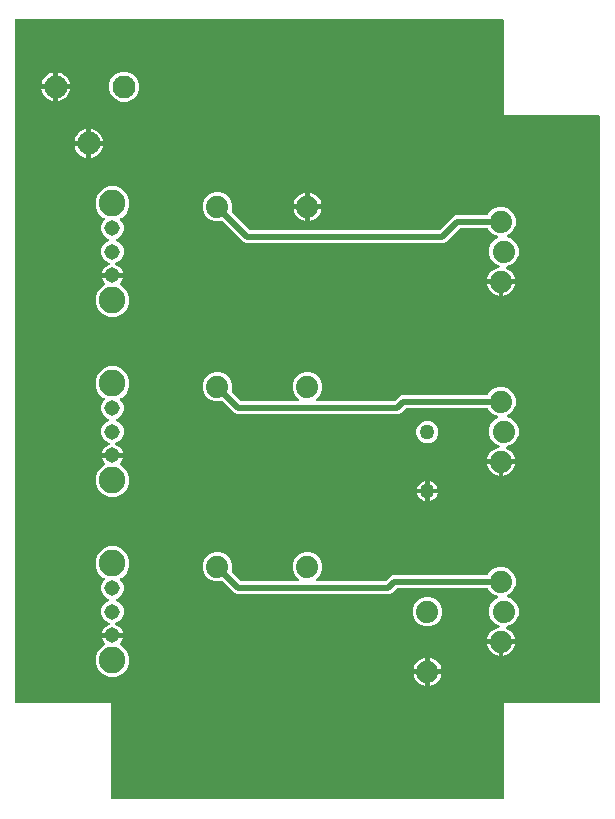
<source format=gbr>
G04 EAGLE Gerber RS-274X export*
G75*
%MOMM*%
%FSLAX34Y34*%
%LPD*%
%INBottom Copper*%
%IPPOS*%
%AMOC8*
5,1,8,0,0,1.08239X$1,22.5*%
G01*
%ADD10C,1.258000*%
%ADD11C,1.950000*%
%ADD12C,1.879600*%
%ADD13C,1.308000*%
%ADD14C,2.250000*%
%ADD15C,0.756400*%
%ADD16C,0.508000*%

G36*
X419158Y6105D02*
X419158Y6105D01*
X419216Y6103D01*
X419298Y6125D01*
X419382Y6137D01*
X419435Y6160D01*
X419491Y6175D01*
X419564Y6218D01*
X419641Y6253D01*
X419686Y6291D01*
X419736Y6320D01*
X419794Y6382D01*
X419858Y6436D01*
X419890Y6485D01*
X419930Y6528D01*
X419969Y6603D01*
X420016Y6673D01*
X420033Y6729D01*
X420060Y6781D01*
X420071Y6849D01*
X420101Y6944D01*
X420104Y7044D01*
X420115Y7112D01*
X420115Y87885D01*
X500888Y87885D01*
X500946Y87893D01*
X501004Y87891D01*
X501086Y87913D01*
X501170Y87925D01*
X501223Y87949D01*
X501279Y87963D01*
X501352Y88006D01*
X501429Y88041D01*
X501474Y88079D01*
X501524Y88109D01*
X501582Y88170D01*
X501646Y88225D01*
X501678Y88273D01*
X501718Y88316D01*
X501757Y88391D01*
X501804Y88461D01*
X501821Y88517D01*
X501848Y88569D01*
X501859Y88637D01*
X501889Y88732D01*
X501892Y88832D01*
X501903Y88900D01*
X501903Y584200D01*
X501895Y584258D01*
X501897Y584316D01*
X501875Y584398D01*
X501863Y584482D01*
X501840Y584535D01*
X501825Y584591D01*
X501782Y584664D01*
X501747Y584741D01*
X501709Y584786D01*
X501680Y584836D01*
X501618Y584894D01*
X501564Y584958D01*
X501515Y584990D01*
X501472Y585030D01*
X501397Y585069D01*
X501327Y585116D01*
X501271Y585133D01*
X501219Y585160D01*
X501151Y585171D01*
X501056Y585201D01*
X500956Y585204D01*
X500888Y585215D01*
X420115Y585215D01*
X420115Y665988D01*
X420107Y666046D01*
X420109Y666104D01*
X420087Y666186D01*
X420075Y666270D01*
X420052Y666323D01*
X420037Y666379D01*
X419994Y666452D01*
X419959Y666529D01*
X419921Y666574D01*
X419892Y666624D01*
X419830Y666682D01*
X419776Y666746D01*
X419727Y666778D01*
X419684Y666818D01*
X419609Y666857D01*
X419539Y666904D01*
X419483Y666921D01*
X419431Y666948D01*
X419363Y666959D01*
X419268Y666989D01*
X419168Y666992D01*
X419100Y667003D01*
X7112Y667003D01*
X7054Y666995D01*
X6996Y666997D01*
X6914Y666975D01*
X6830Y666963D01*
X6777Y666940D01*
X6721Y666925D01*
X6648Y666882D01*
X6571Y666847D01*
X6526Y666809D01*
X6476Y666780D01*
X6418Y666718D01*
X6354Y666664D01*
X6322Y666615D01*
X6282Y666572D01*
X6243Y666497D01*
X6196Y666427D01*
X6179Y666371D01*
X6152Y666319D01*
X6141Y666251D01*
X6111Y666156D01*
X6108Y666056D01*
X6097Y665988D01*
X6097Y88900D01*
X6105Y88842D01*
X6103Y88784D01*
X6125Y88702D01*
X6137Y88619D01*
X6160Y88565D01*
X6175Y88509D01*
X6218Y88436D01*
X6253Y88359D01*
X6291Y88314D01*
X6320Y88264D01*
X6382Y88206D01*
X6436Y88142D01*
X6485Y88110D01*
X6528Y88070D01*
X6603Y88031D01*
X6673Y87985D01*
X6729Y87967D01*
X6781Y87940D01*
X6849Y87929D01*
X6944Y87899D01*
X7044Y87896D01*
X7112Y87885D01*
X87885Y87885D01*
X87885Y7112D01*
X87893Y7054D01*
X87891Y6996D01*
X87913Y6914D01*
X87925Y6830D01*
X87949Y6777D01*
X87963Y6721D01*
X88006Y6648D01*
X88041Y6571D01*
X88079Y6526D01*
X88109Y6476D01*
X88170Y6418D01*
X88225Y6354D01*
X88273Y6322D01*
X88316Y6282D01*
X88391Y6243D01*
X88461Y6196D01*
X88517Y6179D01*
X88569Y6152D01*
X88637Y6141D01*
X88732Y6111D01*
X88832Y6108D01*
X88900Y6097D01*
X419100Y6097D01*
X419158Y6105D01*
G37*
%LPC*%
G36*
X417829Y292099D02*
X417829Y292099D01*
X417829Y293116D01*
X417821Y293174D01*
X417822Y293232D01*
X417801Y293314D01*
X417789Y293397D01*
X417765Y293451D01*
X417751Y293507D01*
X417708Y293580D01*
X417673Y293657D01*
X417635Y293702D01*
X417605Y293752D01*
X417544Y293810D01*
X417489Y293874D01*
X417441Y293906D01*
X417398Y293946D01*
X417323Y293985D01*
X417253Y294031D01*
X417197Y294049D01*
X417145Y294076D01*
X417077Y294087D01*
X416982Y294117D01*
X416882Y294120D01*
X416814Y294131D01*
X406064Y294131D01*
X406185Y294896D01*
X406766Y296683D01*
X407619Y298357D01*
X408724Y299878D01*
X410052Y301206D01*
X411573Y302311D01*
X413247Y303164D01*
X415034Y303745D01*
X415833Y303871D01*
X415839Y303873D01*
X415845Y303873D01*
X415975Y303915D01*
X416105Y303955D01*
X416110Y303958D01*
X416116Y303960D01*
X416229Y304036D01*
X416343Y304110D01*
X416347Y304115D01*
X416352Y304118D01*
X416440Y304223D01*
X416528Y304325D01*
X416531Y304331D01*
X416535Y304336D01*
X416590Y304460D01*
X416647Y304584D01*
X416648Y304590D01*
X416650Y304596D01*
X416669Y304730D01*
X416689Y304865D01*
X416688Y304871D01*
X416689Y304877D01*
X416670Y305010D01*
X416652Y305147D01*
X416649Y305152D01*
X416649Y305158D01*
X416593Y305282D01*
X416538Y305407D01*
X416534Y305412D01*
X416532Y305418D01*
X416443Y305521D01*
X416356Y305626D01*
X416351Y305629D01*
X416347Y305634D01*
X416310Y305657D01*
X416121Y305785D01*
X416087Y305797D01*
X416063Y305812D01*
X413319Y306948D01*
X409818Y310449D01*
X407923Y315024D01*
X407923Y319976D01*
X409818Y324551D01*
X413319Y328052D01*
X414971Y328736D01*
X414996Y328751D01*
X415024Y328760D01*
X415119Y328823D01*
X415216Y328880D01*
X415236Y328902D01*
X415261Y328918D01*
X415334Y329005D01*
X415411Y329087D01*
X415425Y329113D01*
X415444Y329136D01*
X415490Y329239D01*
X415541Y329340D01*
X415547Y329369D01*
X415559Y329395D01*
X415575Y329508D01*
X415596Y329619D01*
X415594Y329648D01*
X415598Y329677D01*
X415582Y329789D01*
X415572Y329902D01*
X415561Y329929D01*
X415557Y329958D01*
X415511Y330061D01*
X415470Y330167D01*
X415452Y330191D01*
X415440Y330218D01*
X415367Y330304D01*
X415298Y330394D01*
X415275Y330412D01*
X415256Y330434D01*
X415189Y330476D01*
X415071Y330564D01*
X415012Y330586D01*
X414971Y330612D01*
X410779Y332348D01*
X407278Y335849D01*
X406932Y336685D01*
X406931Y336686D01*
X406931Y336687D01*
X406860Y336808D01*
X406788Y336929D01*
X406787Y336930D01*
X406786Y336932D01*
X406683Y337028D01*
X406581Y337125D01*
X406580Y337125D01*
X406579Y337126D01*
X406453Y337191D01*
X406328Y337255D01*
X406327Y337255D01*
X406325Y337256D01*
X406311Y337258D01*
X406049Y337310D01*
X406019Y337307D01*
X405994Y337311D01*
X338015Y337311D01*
X337929Y337299D01*
X337841Y337296D01*
X337789Y337279D01*
X337734Y337271D01*
X337654Y337236D01*
X337571Y337209D01*
X337532Y337181D01*
X337475Y337155D01*
X337361Y337059D01*
X337298Y337014D01*
X333366Y333082D01*
X331312Y332231D01*
X194468Y332231D01*
X192414Y333082D01*
X190699Y334797D01*
X182217Y343279D01*
X182216Y343280D01*
X182215Y343281D01*
X182102Y343366D01*
X181990Y343450D01*
X181989Y343451D01*
X181987Y343452D01*
X181855Y343501D01*
X181724Y343551D01*
X181723Y343551D01*
X181721Y343552D01*
X181582Y343563D01*
X181441Y343575D01*
X181440Y343574D01*
X181438Y343575D01*
X181423Y343571D01*
X181162Y343519D01*
X181135Y343505D01*
X181111Y343499D01*
X180276Y343153D01*
X175324Y343153D01*
X170749Y345048D01*
X167248Y348549D01*
X165353Y353124D01*
X165353Y358076D01*
X167248Y362651D01*
X170749Y366152D01*
X175324Y368047D01*
X180276Y368047D01*
X184851Y366152D01*
X188352Y362651D01*
X190247Y358076D01*
X190247Y353124D01*
X189901Y352289D01*
X189900Y352288D01*
X189900Y352286D01*
X189866Y352153D01*
X189830Y352014D01*
X189830Y352012D01*
X189830Y352011D01*
X189834Y351870D01*
X189838Y351730D01*
X189839Y351728D01*
X189839Y351727D01*
X189882Y351592D01*
X189925Y351459D01*
X189926Y351458D01*
X189926Y351456D01*
X189935Y351444D01*
X190083Y351223D01*
X190106Y351203D01*
X190121Y351183D01*
X197598Y343706D01*
X197667Y343654D01*
X197731Y343594D01*
X197781Y343568D01*
X197825Y343535D01*
X197906Y343504D01*
X197984Y343464D01*
X198032Y343456D01*
X198090Y343434D01*
X198238Y343422D01*
X198315Y343409D01*
X246138Y343409D01*
X246167Y343413D01*
X246196Y343410D01*
X246307Y343433D01*
X246419Y343449D01*
X246446Y343461D01*
X246475Y343466D01*
X246575Y343518D01*
X246679Y343565D01*
X246701Y343584D01*
X246727Y343597D01*
X246809Y343675D01*
X246896Y343748D01*
X246912Y343773D01*
X246933Y343793D01*
X246991Y343891D01*
X247053Y343985D01*
X247062Y344013D01*
X247077Y344038D01*
X247105Y344148D01*
X247139Y344256D01*
X247140Y344286D01*
X247147Y344314D01*
X247144Y344427D01*
X247146Y344540D01*
X247139Y344569D01*
X247138Y344598D01*
X247103Y344706D01*
X247075Y344815D01*
X247060Y344841D01*
X247051Y344869D01*
X247005Y344932D01*
X246929Y345060D01*
X246884Y345103D01*
X246856Y345142D01*
X243448Y348549D01*
X241553Y353124D01*
X241553Y358076D01*
X243448Y362651D01*
X246949Y366152D01*
X251524Y368047D01*
X256476Y368047D01*
X261051Y366152D01*
X264552Y362651D01*
X266447Y358076D01*
X266447Y353124D01*
X264552Y348549D01*
X261144Y345142D01*
X261127Y345118D01*
X261104Y345099D01*
X261041Y345005D01*
X260973Y344915D01*
X260963Y344887D01*
X260947Y344863D01*
X260912Y344755D01*
X260872Y344649D01*
X260870Y344620D01*
X260861Y344592D01*
X260858Y344478D01*
X260849Y344366D01*
X260854Y344337D01*
X260854Y344308D01*
X260882Y344198D01*
X260904Y344087D01*
X260918Y344061D01*
X260925Y344033D01*
X260983Y343935D01*
X261035Y343835D01*
X261056Y343813D01*
X261071Y343788D01*
X261153Y343711D01*
X261231Y343629D01*
X261257Y343614D01*
X261278Y343594D01*
X261379Y343542D01*
X261476Y343485D01*
X261505Y343478D01*
X261531Y343464D01*
X261608Y343451D01*
X261752Y343415D01*
X261814Y343417D01*
X261862Y343409D01*
X327465Y343409D01*
X327551Y343421D01*
X327639Y343424D01*
X327691Y343441D01*
X327746Y343449D01*
X327826Y343484D01*
X327909Y343511D01*
X327948Y343539D01*
X328005Y343565D01*
X328119Y343661D01*
X328182Y343706D01*
X332114Y347638D01*
X334168Y348489D01*
X405994Y348489D01*
X405996Y348489D01*
X405997Y348489D01*
X406138Y348509D01*
X406276Y348529D01*
X406277Y348529D01*
X406279Y348529D01*
X406407Y348587D01*
X406535Y348645D01*
X406536Y348646D01*
X406538Y348647D01*
X406645Y348738D01*
X406752Y348828D01*
X406753Y348830D01*
X406754Y348831D01*
X406762Y348844D01*
X406910Y349065D01*
X406919Y349094D01*
X406932Y349115D01*
X407278Y349951D01*
X410779Y353452D01*
X415354Y355347D01*
X420306Y355347D01*
X424881Y353452D01*
X428382Y349951D01*
X430277Y345376D01*
X430277Y340424D01*
X428382Y335849D01*
X424881Y332348D01*
X423229Y331664D01*
X423204Y331649D01*
X423176Y331640D01*
X423081Y331577D01*
X422984Y331520D01*
X422964Y331498D01*
X422939Y331482D01*
X422866Y331395D01*
X422789Y331313D01*
X422775Y331287D01*
X422756Y331264D01*
X422710Y331161D01*
X422659Y331060D01*
X422653Y331031D01*
X422641Y331005D01*
X422625Y330892D01*
X422604Y330781D01*
X422606Y330752D01*
X422602Y330723D01*
X422618Y330611D01*
X422628Y330498D01*
X422639Y330471D01*
X422643Y330442D01*
X422689Y330339D01*
X422730Y330233D01*
X422748Y330209D01*
X422760Y330182D01*
X422833Y330096D01*
X422902Y330006D01*
X422925Y329988D01*
X422944Y329966D01*
X423011Y329924D01*
X423129Y329836D01*
X423188Y329814D01*
X423229Y329788D01*
X427421Y328052D01*
X430922Y324551D01*
X432817Y319976D01*
X432817Y315024D01*
X430922Y310449D01*
X427421Y306948D01*
X422828Y305046D01*
X422748Y305027D01*
X422652Y305013D01*
X422610Y304995D01*
X422565Y304984D01*
X422481Y304937D01*
X422393Y304897D01*
X422358Y304867D01*
X422317Y304845D01*
X422250Y304776D01*
X422176Y304714D01*
X422150Y304675D01*
X422118Y304642D01*
X422072Y304557D01*
X422018Y304477D01*
X422004Y304433D01*
X421982Y304392D01*
X421962Y304298D01*
X421933Y304206D01*
X421931Y304160D01*
X421922Y304115D01*
X421928Y304018D01*
X421925Y303922D01*
X421937Y303877D01*
X421940Y303831D01*
X421973Y303740D01*
X421997Y303647D01*
X422021Y303607D01*
X422036Y303563D01*
X422093Y303485D01*
X422142Y303402D01*
X422176Y303371D01*
X422203Y303333D01*
X422264Y303288D01*
X422350Y303208D01*
X422424Y303170D01*
X422473Y303133D01*
X424087Y302311D01*
X425608Y301206D01*
X426936Y299878D01*
X428041Y298357D01*
X428894Y296683D01*
X429475Y294896D01*
X429596Y294131D01*
X418846Y294131D01*
X418788Y294123D01*
X418730Y294125D01*
X418648Y294103D01*
X418565Y294091D01*
X418511Y294067D01*
X418455Y294053D01*
X418382Y294010D01*
X418305Y293975D01*
X418261Y293937D01*
X418210Y293907D01*
X418153Y293846D01*
X418088Y293791D01*
X418056Y293743D01*
X418016Y293700D01*
X417977Y293625D01*
X417931Y293555D01*
X417913Y293499D01*
X417886Y293447D01*
X417875Y293379D01*
X417845Y293284D01*
X417842Y293184D01*
X417831Y293116D01*
X417831Y292099D01*
X417829Y292099D01*
G37*
%LPD*%
%LPC*%
G36*
X417829Y139699D02*
X417829Y139699D01*
X417829Y140716D01*
X417821Y140774D01*
X417822Y140832D01*
X417801Y140914D01*
X417789Y140997D01*
X417765Y141051D01*
X417751Y141107D01*
X417708Y141180D01*
X417673Y141257D01*
X417635Y141302D01*
X417605Y141352D01*
X417544Y141410D01*
X417489Y141474D01*
X417441Y141506D01*
X417398Y141546D01*
X417323Y141585D01*
X417253Y141631D01*
X417197Y141649D01*
X417145Y141676D01*
X417077Y141687D01*
X416982Y141717D01*
X416882Y141720D01*
X416814Y141731D01*
X406064Y141731D01*
X406185Y142496D01*
X406766Y144283D01*
X407619Y145957D01*
X408724Y147478D01*
X410052Y148806D01*
X411573Y149911D01*
X413247Y150764D01*
X415034Y151345D01*
X415833Y151471D01*
X415839Y151473D01*
X415845Y151473D01*
X415975Y151515D01*
X416105Y151555D01*
X416110Y151558D01*
X416116Y151560D01*
X416229Y151636D01*
X416343Y151710D01*
X416347Y151715D01*
X416352Y151718D01*
X416440Y151823D01*
X416528Y151925D01*
X416531Y151931D01*
X416535Y151936D01*
X416590Y152060D01*
X416647Y152184D01*
X416648Y152190D01*
X416650Y152196D01*
X416669Y152330D01*
X416689Y152465D01*
X416688Y152471D01*
X416689Y152477D01*
X416670Y152610D01*
X416652Y152747D01*
X416650Y152752D01*
X416649Y152758D01*
X416593Y152882D01*
X416538Y153007D01*
X416534Y153012D01*
X416532Y153018D01*
X416443Y153121D01*
X416356Y153226D01*
X416351Y153229D01*
X416347Y153234D01*
X416310Y153257D01*
X416121Y153385D01*
X416087Y153397D01*
X416063Y153412D01*
X413319Y154548D01*
X409818Y158049D01*
X407923Y162624D01*
X407923Y167576D01*
X409818Y172151D01*
X413319Y175652D01*
X414971Y176336D01*
X414996Y176351D01*
X415024Y176360D01*
X415119Y176423D01*
X415216Y176480D01*
X415236Y176502D01*
X415261Y176518D01*
X415334Y176605D01*
X415411Y176687D01*
X415425Y176713D01*
X415444Y176736D01*
X415490Y176839D01*
X415541Y176940D01*
X415547Y176969D01*
X415559Y176995D01*
X415575Y177108D01*
X415596Y177219D01*
X415594Y177248D01*
X415598Y177277D01*
X415582Y177389D01*
X415572Y177502D01*
X415561Y177529D01*
X415557Y177558D01*
X415511Y177661D01*
X415470Y177767D01*
X415452Y177791D01*
X415440Y177818D01*
X415367Y177904D01*
X415298Y177994D01*
X415275Y178012D01*
X415256Y178034D01*
X415189Y178075D01*
X415071Y178164D01*
X415012Y178186D01*
X414971Y178212D01*
X410779Y179948D01*
X407278Y183449D01*
X406932Y184285D01*
X406931Y184286D01*
X406931Y184287D01*
X406863Y184401D01*
X406788Y184529D01*
X406787Y184530D01*
X406786Y184532D01*
X406682Y184629D01*
X406581Y184725D01*
X406580Y184725D01*
X406579Y184726D01*
X406453Y184791D01*
X406328Y184855D01*
X406327Y184855D01*
X406325Y184856D01*
X406311Y184858D01*
X406049Y184910D01*
X406019Y184907D01*
X405994Y184911D01*
X330395Y184911D01*
X330309Y184899D01*
X330221Y184896D01*
X330169Y184879D01*
X330114Y184871D01*
X330034Y184836D01*
X329951Y184809D01*
X329912Y184781D01*
X329855Y184755D01*
X329741Y184659D01*
X329678Y184614D01*
X325746Y180682D01*
X323692Y179831D01*
X194468Y179831D01*
X192414Y180682D01*
X190699Y182397D01*
X182217Y190879D01*
X182216Y190880D01*
X182215Y190881D01*
X182102Y190966D01*
X181990Y191050D01*
X181989Y191051D01*
X181987Y191052D01*
X181855Y191101D01*
X181724Y191151D01*
X181723Y191151D01*
X181721Y191152D01*
X181582Y191163D01*
X181441Y191175D01*
X181440Y191174D01*
X181438Y191175D01*
X181423Y191171D01*
X181162Y191119D01*
X181135Y191105D01*
X181111Y191099D01*
X180276Y190753D01*
X175324Y190753D01*
X170749Y192648D01*
X167248Y196149D01*
X165353Y200724D01*
X165353Y205676D01*
X167248Y210251D01*
X170749Y213752D01*
X175324Y215647D01*
X180276Y215647D01*
X184851Y213752D01*
X188352Y210251D01*
X190247Y205676D01*
X190247Y200724D01*
X189901Y199889D01*
X189900Y199888D01*
X189900Y199886D01*
X189866Y199753D01*
X189830Y199614D01*
X189830Y199612D01*
X189830Y199611D01*
X189834Y199470D01*
X189838Y199330D01*
X189839Y199328D01*
X189839Y199327D01*
X189882Y199192D01*
X189925Y199059D01*
X189926Y199058D01*
X189926Y199056D01*
X189935Y199044D01*
X190083Y198823D01*
X190106Y198803D01*
X190121Y198783D01*
X197598Y191306D01*
X197667Y191254D01*
X197731Y191194D01*
X197781Y191168D01*
X197825Y191135D01*
X197906Y191104D01*
X197984Y191064D01*
X198032Y191056D01*
X198090Y191034D01*
X198238Y191022D01*
X198315Y191009D01*
X246138Y191009D01*
X246167Y191013D01*
X246196Y191010D01*
X246307Y191033D01*
X246419Y191049D01*
X246446Y191061D01*
X246475Y191066D01*
X246575Y191118D01*
X246679Y191165D01*
X246701Y191184D01*
X246727Y191197D01*
X246809Y191275D01*
X246896Y191348D01*
X246912Y191373D01*
X246933Y191393D01*
X246991Y191491D01*
X247053Y191585D01*
X247062Y191613D01*
X247077Y191638D01*
X247105Y191748D01*
X247139Y191856D01*
X247140Y191886D01*
X247147Y191914D01*
X247144Y192027D01*
X247146Y192140D01*
X247139Y192169D01*
X247138Y192198D01*
X247103Y192306D01*
X247075Y192415D01*
X247060Y192441D01*
X247051Y192469D01*
X247005Y192532D01*
X246929Y192660D01*
X246884Y192703D01*
X246856Y192742D01*
X243448Y196149D01*
X241553Y200724D01*
X241553Y205676D01*
X243448Y210251D01*
X246949Y213752D01*
X251524Y215647D01*
X256476Y215647D01*
X261051Y213752D01*
X264552Y210251D01*
X266447Y205676D01*
X266447Y200724D01*
X264552Y196149D01*
X261144Y192742D01*
X261127Y192718D01*
X261104Y192699D01*
X261041Y192605D01*
X260973Y192515D01*
X260963Y192487D01*
X260947Y192463D01*
X260912Y192355D01*
X260872Y192249D01*
X260870Y192220D01*
X260861Y192192D01*
X260858Y192078D01*
X260849Y191966D01*
X260854Y191937D01*
X260854Y191908D01*
X260882Y191798D01*
X260904Y191687D01*
X260918Y191661D01*
X260925Y191633D01*
X260983Y191535D01*
X261035Y191435D01*
X261056Y191413D01*
X261071Y191388D01*
X261153Y191311D01*
X261231Y191229D01*
X261257Y191214D01*
X261278Y191194D01*
X261379Y191142D01*
X261476Y191085D01*
X261505Y191078D01*
X261531Y191064D01*
X261608Y191051D01*
X261752Y191015D01*
X261814Y191017D01*
X261862Y191009D01*
X319845Y191009D01*
X319931Y191021D01*
X320019Y191024D01*
X320071Y191041D01*
X320126Y191049D01*
X320206Y191084D01*
X320289Y191111D01*
X320328Y191139D01*
X320385Y191165D01*
X320499Y191261D01*
X320562Y191306D01*
X324494Y195238D01*
X326548Y196089D01*
X405994Y196089D01*
X405996Y196089D01*
X405997Y196089D01*
X406138Y196109D01*
X406276Y196129D01*
X406277Y196129D01*
X406279Y196129D01*
X406407Y196187D01*
X406535Y196245D01*
X406536Y196246D01*
X406538Y196247D01*
X406645Y196338D01*
X406752Y196428D01*
X406753Y196430D01*
X406754Y196431D01*
X406762Y196444D01*
X406910Y196665D01*
X406919Y196694D01*
X406932Y196715D01*
X407278Y197551D01*
X410779Y201052D01*
X415354Y202947D01*
X420306Y202947D01*
X424881Y201052D01*
X428382Y197551D01*
X430277Y192976D01*
X430277Y188024D01*
X428382Y183449D01*
X424881Y179948D01*
X423229Y179264D01*
X423204Y179249D01*
X423176Y179240D01*
X423081Y179177D01*
X422984Y179120D01*
X422964Y179098D01*
X422939Y179082D01*
X422866Y178995D01*
X422789Y178913D01*
X422775Y178887D01*
X422756Y178864D01*
X422710Y178761D01*
X422659Y178660D01*
X422653Y178631D01*
X422641Y178605D01*
X422625Y178492D01*
X422604Y178381D01*
X422606Y178352D01*
X422602Y178323D01*
X422618Y178211D01*
X422628Y178098D01*
X422639Y178071D01*
X422643Y178042D01*
X422689Y177939D01*
X422730Y177833D01*
X422748Y177809D01*
X422760Y177782D01*
X422833Y177696D01*
X422902Y177606D01*
X422925Y177588D01*
X422944Y177566D01*
X423011Y177525D01*
X423129Y177436D01*
X423188Y177414D01*
X423229Y177388D01*
X427421Y175652D01*
X430922Y172151D01*
X432817Y167576D01*
X432817Y162624D01*
X430922Y158049D01*
X427421Y154548D01*
X422828Y152646D01*
X422748Y152627D01*
X422652Y152613D01*
X422610Y152595D01*
X422565Y152584D01*
X422481Y152537D01*
X422393Y152497D01*
X422358Y152467D01*
X422317Y152445D01*
X422250Y152376D01*
X422176Y152314D01*
X422150Y152275D01*
X422118Y152242D01*
X422072Y152157D01*
X422018Y152077D01*
X422004Y152033D01*
X421982Y151992D01*
X421962Y151898D01*
X421933Y151806D01*
X421931Y151760D01*
X421921Y151715D01*
X421928Y151618D01*
X421925Y151522D01*
X421937Y151477D01*
X421940Y151431D01*
X421973Y151340D01*
X421997Y151247D01*
X422021Y151207D01*
X422036Y151163D01*
X422093Y151085D01*
X422142Y151002D01*
X422176Y150971D01*
X422203Y150933D01*
X422264Y150888D01*
X422350Y150808D01*
X422424Y150770D01*
X422473Y150733D01*
X424087Y149911D01*
X425608Y148806D01*
X426936Y147478D01*
X428041Y145957D01*
X428894Y144283D01*
X429475Y142496D01*
X429596Y141731D01*
X418846Y141731D01*
X418788Y141723D01*
X418730Y141725D01*
X418648Y141703D01*
X418565Y141691D01*
X418511Y141667D01*
X418455Y141653D01*
X418382Y141610D01*
X418305Y141575D01*
X418261Y141537D01*
X418210Y141507D01*
X418153Y141446D01*
X418088Y141391D01*
X418056Y141343D01*
X418016Y141300D01*
X417977Y141225D01*
X417931Y141155D01*
X417913Y141099D01*
X417886Y141047D01*
X417875Y140979D01*
X417845Y140884D01*
X417842Y140784D01*
X417831Y140716D01*
X417831Y139699D01*
X417829Y139699D01*
G37*
%LPD*%
%LPC*%
G36*
X417829Y444499D02*
X417829Y444499D01*
X417829Y445516D01*
X417821Y445574D01*
X417822Y445632D01*
X417801Y445714D01*
X417789Y445797D01*
X417765Y445851D01*
X417751Y445907D01*
X417708Y445980D01*
X417673Y446057D01*
X417635Y446102D01*
X417605Y446152D01*
X417544Y446210D01*
X417489Y446274D01*
X417441Y446306D01*
X417398Y446346D01*
X417323Y446385D01*
X417253Y446431D01*
X417197Y446449D01*
X417145Y446476D01*
X417077Y446487D01*
X416982Y446517D01*
X416882Y446520D01*
X416814Y446531D01*
X406064Y446531D01*
X406185Y447296D01*
X406766Y449083D01*
X407619Y450757D01*
X408724Y452278D01*
X410052Y453606D01*
X411573Y454711D01*
X413247Y455564D01*
X415034Y456145D01*
X415833Y456271D01*
X415839Y456273D01*
X415845Y456273D01*
X415975Y456315D01*
X416105Y456355D01*
X416110Y456358D01*
X416116Y456360D01*
X416229Y456436D01*
X416343Y456510D01*
X416347Y456515D01*
X416352Y456518D01*
X416440Y456623D01*
X416528Y456725D01*
X416531Y456731D01*
X416535Y456736D01*
X416590Y456860D01*
X416647Y456984D01*
X416648Y456990D01*
X416650Y456996D01*
X416669Y457130D01*
X416689Y457265D01*
X416688Y457271D01*
X416689Y457277D01*
X416670Y457410D01*
X416652Y457547D01*
X416649Y457552D01*
X416649Y457558D01*
X416593Y457682D01*
X416538Y457807D01*
X416534Y457812D01*
X416532Y457818D01*
X416443Y457921D01*
X416356Y458026D01*
X416351Y458029D01*
X416347Y458034D01*
X416310Y458057D01*
X416121Y458185D01*
X416087Y458197D01*
X416063Y458212D01*
X413319Y459348D01*
X409818Y462849D01*
X407923Y467424D01*
X407923Y472376D01*
X409818Y476951D01*
X413319Y480452D01*
X414971Y481136D01*
X414996Y481151D01*
X415024Y481160D01*
X415119Y481223D01*
X415216Y481280D01*
X415236Y481302D01*
X415261Y481318D01*
X415334Y481405D01*
X415411Y481487D01*
X415425Y481513D01*
X415444Y481536D01*
X415490Y481639D01*
X415541Y481740D01*
X415547Y481769D01*
X415559Y481795D01*
X415575Y481908D01*
X415596Y482019D01*
X415594Y482048D01*
X415598Y482077D01*
X415582Y482189D01*
X415572Y482302D01*
X415561Y482329D01*
X415557Y482358D01*
X415511Y482461D01*
X415470Y482567D01*
X415452Y482591D01*
X415440Y482618D01*
X415367Y482704D01*
X415298Y482794D01*
X415275Y482812D01*
X415256Y482834D01*
X415189Y482876D01*
X415071Y482964D01*
X415012Y482986D01*
X414971Y483012D01*
X410779Y484748D01*
X407278Y488249D01*
X406932Y489085D01*
X406931Y489086D01*
X406931Y489087D01*
X406860Y489208D01*
X406788Y489329D01*
X406787Y489330D01*
X406786Y489332D01*
X406682Y489429D01*
X406581Y489525D01*
X406580Y489525D01*
X406579Y489526D01*
X406453Y489591D01*
X406328Y489655D01*
X406327Y489655D01*
X406325Y489656D01*
X406311Y489658D01*
X406049Y489710D01*
X406019Y489707D01*
X405994Y489711D01*
X383735Y489711D01*
X383649Y489699D01*
X383561Y489696D01*
X383509Y489679D01*
X383454Y489671D01*
X383374Y489636D01*
X383291Y489609D01*
X383252Y489581D01*
X383195Y489555D01*
X383081Y489459D01*
X383018Y489414D01*
X371466Y477862D01*
X369412Y477011D01*
X202088Y477011D01*
X200034Y477862D01*
X198319Y479577D01*
X182217Y495679D01*
X182216Y495680D01*
X182215Y495681D01*
X182102Y495766D01*
X181990Y495850D01*
X181989Y495851D01*
X181987Y495852D01*
X181855Y495901D01*
X181724Y495951D01*
X181723Y495951D01*
X181721Y495952D01*
X181582Y495963D01*
X181441Y495975D01*
X181440Y495974D01*
X181438Y495975D01*
X181423Y495971D01*
X181162Y495919D01*
X181135Y495905D01*
X181111Y495899D01*
X180276Y495553D01*
X175324Y495553D01*
X170749Y497448D01*
X167248Y500949D01*
X165353Y505524D01*
X165353Y510476D01*
X167248Y515051D01*
X170749Y518552D01*
X175324Y520447D01*
X180276Y520447D01*
X184851Y518552D01*
X188352Y515051D01*
X190247Y510476D01*
X190247Y505524D01*
X189901Y504689D01*
X189900Y504688D01*
X189900Y504686D01*
X189866Y504553D01*
X189830Y504414D01*
X189830Y504412D01*
X189830Y504411D01*
X189834Y504270D01*
X189838Y504130D01*
X189839Y504128D01*
X189839Y504127D01*
X189883Y503989D01*
X189925Y503859D01*
X189926Y503858D01*
X189926Y503856D01*
X189935Y503843D01*
X190083Y503623D01*
X190106Y503603D01*
X190121Y503583D01*
X205218Y488486D01*
X205287Y488434D01*
X205351Y488374D01*
X205401Y488348D01*
X205445Y488315D01*
X205526Y488284D01*
X205604Y488244D01*
X205652Y488236D01*
X205710Y488214D01*
X205858Y488202D01*
X205935Y488189D01*
X365565Y488189D01*
X365651Y488201D01*
X365739Y488204D01*
X365791Y488221D01*
X365846Y488229D01*
X365926Y488264D01*
X366009Y488291D01*
X366048Y488319D01*
X366105Y488345D01*
X366219Y488441D01*
X366282Y488486D01*
X377834Y500038D01*
X379888Y500889D01*
X405994Y500889D01*
X405996Y500889D01*
X405997Y500889D01*
X406138Y500909D01*
X406276Y500929D01*
X406277Y500929D01*
X406279Y500929D01*
X406407Y500987D01*
X406535Y501045D01*
X406536Y501046D01*
X406538Y501047D01*
X406645Y501138D01*
X406752Y501228D01*
X406753Y501230D01*
X406754Y501231D01*
X406762Y501244D01*
X406910Y501465D01*
X406919Y501494D01*
X406932Y501515D01*
X407278Y502351D01*
X410779Y505852D01*
X415354Y507747D01*
X420306Y507747D01*
X424881Y505852D01*
X428382Y502351D01*
X430277Y497776D01*
X430277Y492824D01*
X428382Y488249D01*
X424881Y484748D01*
X423229Y484064D01*
X423204Y484049D01*
X423176Y484040D01*
X423081Y483977D01*
X422984Y483920D01*
X422964Y483898D01*
X422939Y483882D01*
X422866Y483795D01*
X422789Y483713D01*
X422775Y483687D01*
X422756Y483664D01*
X422710Y483561D01*
X422659Y483460D01*
X422653Y483431D01*
X422641Y483405D01*
X422625Y483292D01*
X422604Y483181D01*
X422606Y483152D01*
X422602Y483123D01*
X422618Y483011D01*
X422628Y482898D01*
X422639Y482871D01*
X422643Y482842D01*
X422689Y482739D01*
X422730Y482633D01*
X422748Y482609D01*
X422760Y482582D01*
X422833Y482496D01*
X422902Y482406D01*
X422925Y482388D01*
X422944Y482366D01*
X423011Y482324D01*
X423129Y482236D01*
X423188Y482214D01*
X423229Y482188D01*
X427421Y480452D01*
X430922Y476951D01*
X432817Y472376D01*
X432817Y467424D01*
X430922Y462849D01*
X427421Y459348D01*
X422828Y457446D01*
X422748Y457427D01*
X422652Y457413D01*
X422610Y457395D01*
X422565Y457384D01*
X422481Y457337D01*
X422393Y457297D01*
X422358Y457267D01*
X422317Y457245D01*
X422250Y457176D01*
X422176Y457114D01*
X422150Y457075D01*
X422118Y457042D01*
X422072Y456957D01*
X422018Y456877D01*
X422004Y456833D01*
X421982Y456792D01*
X421962Y456698D01*
X421933Y456606D01*
X421931Y456560D01*
X421922Y456515D01*
X421928Y456418D01*
X421925Y456322D01*
X421937Y456277D01*
X421940Y456231D01*
X421973Y456140D01*
X421997Y456047D01*
X422021Y456007D01*
X422036Y455963D01*
X422093Y455885D01*
X422142Y455802D01*
X422176Y455771D01*
X422203Y455733D01*
X422264Y455688D01*
X422350Y455608D01*
X422424Y455570D01*
X422473Y455533D01*
X424087Y454711D01*
X425608Y453606D01*
X426936Y452278D01*
X428041Y450757D01*
X428894Y449083D01*
X429475Y447296D01*
X429596Y446531D01*
X418846Y446531D01*
X418788Y446523D01*
X418730Y446525D01*
X418648Y446503D01*
X418565Y446491D01*
X418511Y446467D01*
X418455Y446453D01*
X418382Y446410D01*
X418305Y446375D01*
X418261Y446337D01*
X418210Y446307D01*
X418153Y446246D01*
X418088Y446191D01*
X418056Y446143D01*
X418016Y446100D01*
X417977Y446025D01*
X417931Y445955D01*
X417913Y445899D01*
X417886Y445847D01*
X417875Y445779D01*
X417845Y445684D01*
X417842Y445584D01*
X417831Y445516D01*
X417831Y444499D01*
X417829Y444499D01*
G37*
%LPD*%
%LPC*%
G36*
X88891Y146366D02*
X88891Y146366D01*
X88867Y146419D01*
X88853Y146475D01*
X88809Y146548D01*
X88775Y146625D01*
X88737Y146670D01*
X88707Y146720D01*
X88646Y146778D01*
X88591Y146842D01*
X88543Y146874D01*
X88500Y146914D01*
X88425Y146953D01*
X88355Y147000D01*
X88299Y147017D01*
X88247Y147044D01*
X88179Y147055D01*
X88084Y147085D01*
X87984Y147088D01*
X87916Y147099D01*
X80039Y147099D01*
X80168Y147749D01*
X80853Y149401D01*
X81847Y150889D01*
X83111Y152153D01*
X84599Y153147D01*
X86344Y153870D01*
X86453Y153905D01*
X86464Y153913D01*
X86477Y153917D01*
X86582Y153992D01*
X86689Y154063D01*
X86697Y154074D01*
X86709Y154082D01*
X86789Y154182D01*
X86872Y154281D01*
X86877Y154293D01*
X86886Y154304D01*
X86935Y154423D01*
X86987Y154541D01*
X86989Y154554D01*
X86994Y154567D01*
X87008Y154695D01*
X87026Y154822D01*
X87024Y154836D01*
X87026Y154850D01*
X87004Y154976D01*
X86985Y155104D01*
X86980Y155116D01*
X86977Y155130D01*
X86921Y155246D01*
X86868Y155363D01*
X86859Y155373D01*
X86853Y155386D01*
X86767Y155481D01*
X86684Y155579D01*
X86673Y155586D01*
X86663Y155597D01*
X86422Y155747D01*
X86409Y155751D01*
X86399Y155757D01*
X83468Y156971D01*
X80771Y159668D01*
X79311Y163193D01*
X79311Y167007D01*
X80771Y170532D01*
X83468Y173229D01*
X85721Y174162D01*
X85746Y174177D01*
X85774Y174186D01*
X85869Y174249D01*
X85966Y174307D01*
X85986Y174328D01*
X86010Y174344D01*
X86083Y174431D01*
X86161Y174513D01*
X86175Y174539D01*
X86193Y174562D01*
X86240Y174665D01*
X86291Y174766D01*
X86297Y174795D01*
X86309Y174822D01*
X86324Y174934D01*
X86346Y175045D01*
X86344Y175074D01*
X86348Y175103D01*
X86332Y175215D01*
X86322Y175328D01*
X86311Y175356D01*
X86307Y175384D01*
X86261Y175487D01*
X86220Y175593D01*
X86202Y175617D01*
X86190Y175644D01*
X86117Y175730D01*
X86048Y175820D01*
X86025Y175838D01*
X86006Y175860D01*
X85939Y175902D01*
X85821Y175990D01*
X85762Y176012D01*
X85721Y176038D01*
X83468Y176971D01*
X80771Y179668D01*
X79311Y183193D01*
X79311Y187007D01*
X80771Y190532D01*
X82142Y191903D01*
X82211Y191995D01*
X82285Y192082D01*
X82297Y192108D01*
X82313Y192130D01*
X82354Y192237D01*
X82401Y192342D01*
X82405Y192370D01*
X82414Y192396D01*
X82424Y192510D01*
X82440Y192624D01*
X82436Y192651D01*
X82438Y192679D01*
X82415Y192791D01*
X82399Y192905D01*
X82388Y192930D01*
X82382Y192958D01*
X82329Y193060D01*
X82282Y193164D01*
X82264Y193185D01*
X82251Y193210D01*
X82172Y193293D01*
X82098Y193381D01*
X82076Y193394D01*
X82055Y193416D01*
X81826Y193551D01*
X81813Y193559D01*
X80800Y193978D01*
X76778Y198000D01*
X74601Y203256D01*
X74601Y208944D01*
X76778Y214200D01*
X80800Y218222D01*
X86056Y220399D01*
X91744Y220399D01*
X97000Y218222D01*
X101022Y214200D01*
X103199Y208944D01*
X103199Y203256D01*
X101022Y198000D01*
X97000Y193978D01*
X95987Y193559D01*
X95888Y193500D01*
X95786Y193447D01*
X95766Y193428D01*
X95742Y193414D01*
X95663Y193331D01*
X95580Y193252D01*
X95566Y193228D01*
X95547Y193208D01*
X95494Y193105D01*
X95436Y193006D01*
X95430Y192980D01*
X95417Y192955D01*
X95395Y192842D01*
X95366Y192731D01*
X95367Y192703D01*
X95362Y192676D01*
X95372Y192561D01*
X95375Y192447D01*
X95384Y192420D01*
X95386Y192393D01*
X95427Y192286D01*
X95463Y192176D01*
X95477Y192156D01*
X95488Y192127D01*
X95649Y191916D01*
X95658Y191903D01*
X97029Y190532D01*
X98489Y187007D01*
X98489Y183193D01*
X97029Y179668D01*
X94332Y176971D01*
X92079Y176038D01*
X92054Y176023D01*
X92026Y176014D01*
X91932Y175951D01*
X91834Y175893D01*
X91814Y175872D01*
X91790Y175856D01*
X91717Y175769D01*
X91639Y175687D01*
X91625Y175661D01*
X91607Y175638D01*
X91561Y175535D01*
X91509Y175434D01*
X91503Y175405D01*
X91491Y175378D01*
X91476Y175266D01*
X91454Y175155D01*
X91456Y175126D01*
X91452Y175097D01*
X91468Y174985D01*
X91478Y174872D01*
X91489Y174845D01*
X91493Y174815D01*
X91539Y174712D01*
X91580Y174607D01*
X91598Y174583D01*
X91610Y174556D01*
X91683Y174470D01*
X91752Y174380D01*
X91775Y174362D01*
X91794Y174340D01*
X91861Y174298D01*
X91979Y174210D01*
X92038Y174188D01*
X92079Y174162D01*
X94332Y173229D01*
X97029Y170532D01*
X98489Y167007D01*
X98489Y163193D01*
X97029Y159668D01*
X94332Y156971D01*
X91401Y155757D01*
X91290Y155692D01*
X91177Y155629D01*
X91168Y155620D01*
X91156Y155613D01*
X91068Y155519D01*
X90977Y155428D01*
X90970Y155416D01*
X90961Y155406D01*
X90902Y155291D01*
X90840Y155179D01*
X90837Y155165D01*
X90830Y155153D01*
X90806Y155027D01*
X90777Y154901D01*
X90778Y154888D01*
X90775Y154874D01*
X90787Y154746D01*
X90794Y154618D01*
X90799Y154605D01*
X90800Y154591D01*
X90846Y154471D01*
X90889Y154350D01*
X90897Y154339D01*
X90902Y154326D01*
X90979Y154223D01*
X91054Y154118D01*
X91065Y154110D01*
X91074Y154099D01*
X91176Y154022D01*
X91277Y153942D01*
X91289Y153938D01*
X91301Y153929D01*
X91456Y153871D01*
X91456Y153870D01*
X93201Y153147D01*
X94689Y152153D01*
X95953Y150889D01*
X96947Y149401D01*
X97632Y147749D01*
X97761Y147099D01*
X89884Y147099D01*
X89826Y147091D01*
X89768Y147093D01*
X89686Y147071D01*
X89603Y147059D01*
X89549Y147036D01*
X89493Y147021D01*
X89420Y146978D01*
X89343Y146943D01*
X89299Y146905D01*
X89248Y146876D01*
X89191Y146814D01*
X89126Y146760D01*
X89094Y146711D01*
X89054Y146668D01*
X89015Y146593D01*
X88969Y146523D01*
X88951Y146467D01*
X88924Y146415D01*
X88913Y146347D01*
X88900Y146305D01*
X88891Y146366D01*
G37*
%LPD*%
%LPC*%
G36*
X88891Y298766D02*
X88891Y298766D01*
X88867Y298819D01*
X88853Y298875D01*
X88809Y298948D01*
X88775Y299025D01*
X88737Y299070D01*
X88707Y299120D01*
X88646Y299178D01*
X88591Y299242D01*
X88543Y299274D01*
X88500Y299314D01*
X88425Y299353D01*
X88355Y299400D01*
X88299Y299417D01*
X88247Y299444D01*
X88179Y299455D01*
X88084Y299485D01*
X87984Y299488D01*
X87916Y299499D01*
X80039Y299499D01*
X80168Y300149D01*
X80853Y301801D01*
X81847Y303289D01*
X83111Y304553D01*
X84599Y305547D01*
X86344Y306270D01*
X86453Y306305D01*
X86464Y306313D01*
X86477Y306317D01*
X86582Y306392D01*
X86689Y306463D01*
X86697Y306474D01*
X86709Y306482D01*
X86789Y306582D01*
X86872Y306681D01*
X86877Y306693D01*
X86886Y306704D01*
X86935Y306823D01*
X86987Y306941D01*
X86989Y306954D01*
X86994Y306967D01*
X87008Y307095D01*
X87026Y307222D01*
X87024Y307236D01*
X87026Y307250D01*
X87004Y307376D01*
X86985Y307504D01*
X86980Y307516D01*
X86977Y307530D01*
X86921Y307646D01*
X86868Y307763D01*
X86859Y307773D01*
X86853Y307786D01*
X86767Y307881D01*
X86684Y307979D01*
X86673Y307986D01*
X86663Y307997D01*
X86422Y308147D01*
X86409Y308151D01*
X86399Y308157D01*
X83468Y309371D01*
X80771Y312068D01*
X79311Y315593D01*
X79311Y319407D01*
X80771Y322932D01*
X83468Y325629D01*
X85721Y326562D01*
X85746Y326577D01*
X85774Y326586D01*
X85869Y326649D01*
X85966Y326707D01*
X85986Y326728D01*
X86010Y326744D01*
X86083Y326831D01*
X86161Y326913D01*
X86175Y326939D01*
X86193Y326962D01*
X86240Y327065D01*
X86291Y327166D01*
X86297Y327195D01*
X86309Y327222D01*
X86324Y327334D01*
X86346Y327445D01*
X86344Y327474D01*
X86348Y327503D01*
X86332Y327615D01*
X86322Y327728D01*
X86311Y327756D01*
X86307Y327784D01*
X86261Y327887D01*
X86220Y327993D01*
X86202Y328017D01*
X86190Y328044D01*
X86117Y328129D01*
X86048Y328220D01*
X86025Y328238D01*
X86006Y328260D01*
X85939Y328302D01*
X85821Y328390D01*
X85762Y328412D01*
X85721Y328438D01*
X83468Y329371D01*
X80771Y332068D01*
X79311Y335593D01*
X79311Y339407D01*
X80771Y342932D01*
X82142Y344303D01*
X82211Y344395D01*
X82285Y344482D01*
X82297Y344508D01*
X82313Y344530D01*
X82354Y344637D01*
X82401Y344742D01*
X82405Y344770D01*
X82414Y344796D01*
X82424Y344910D01*
X82440Y345024D01*
X82436Y345051D01*
X82438Y345079D01*
X82415Y345191D01*
X82399Y345305D01*
X82388Y345330D01*
X82382Y345358D01*
X82329Y345460D01*
X82282Y345564D01*
X82264Y345585D01*
X82251Y345610D01*
X82172Y345693D01*
X82098Y345781D01*
X82076Y345794D01*
X82055Y345816D01*
X81826Y345951D01*
X81813Y345959D01*
X80800Y346378D01*
X76778Y350400D01*
X74601Y355656D01*
X74601Y361344D01*
X76778Y366600D01*
X80800Y370622D01*
X86056Y372799D01*
X91744Y372799D01*
X97000Y370622D01*
X101022Y366600D01*
X103199Y361344D01*
X103199Y355656D01*
X101022Y350400D01*
X97000Y346378D01*
X95987Y345959D01*
X95888Y345900D01*
X95786Y345847D01*
X95766Y345828D01*
X95742Y345814D01*
X95663Y345731D01*
X95580Y345652D01*
X95566Y345628D01*
X95547Y345608D01*
X95494Y345505D01*
X95436Y345406D01*
X95430Y345380D01*
X95417Y345355D01*
X95395Y345242D01*
X95366Y345131D01*
X95367Y345103D01*
X95362Y345076D01*
X95372Y344961D01*
X95375Y344847D01*
X95384Y344820D01*
X95386Y344793D01*
X95427Y344686D01*
X95463Y344576D01*
X95477Y344556D01*
X95488Y344527D01*
X95649Y344316D01*
X95658Y344303D01*
X97029Y342932D01*
X98489Y339407D01*
X98489Y335593D01*
X97029Y332068D01*
X94332Y329371D01*
X92079Y328438D01*
X92054Y328423D01*
X92026Y328414D01*
X91932Y328351D01*
X91834Y328293D01*
X91814Y328272D01*
X91790Y328256D01*
X91717Y328169D01*
X91639Y328087D01*
X91625Y328061D01*
X91607Y328038D01*
X91561Y327935D01*
X91509Y327834D01*
X91503Y327805D01*
X91491Y327778D01*
X91476Y327666D01*
X91454Y327555D01*
X91456Y327526D01*
X91452Y327497D01*
X91468Y327385D01*
X91478Y327272D01*
X91489Y327245D01*
X91493Y327215D01*
X91539Y327112D01*
X91580Y327007D01*
X91598Y326983D01*
X91610Y326956D01*
X91683Y326870D01*
X91752Y326780D01*
X91775Y326762D01*
X91794Y326740D01*
X91861Y326698D01*
X91979Y326610D01*
X92038Y326588D01*
X92079Y326562D01*
X94332Y325629D01*
X97029Y322932D01*
X98489Y319407D01*
X98489Y315593D01*
X97029Y312068D01*
X94332Y309371D01*
X91401Y308157D01*
X91290Y308092D01*
X91177Y308029D01*
X91168Y308020D01*
X91156Y308013D01*
X91068Y307919D01*
X90977Y307828D01*
X90970Y307816D01*
X90961Y307806D01*
X90902Y307691D01*
X90840Y307579D01*
X90837Y307565D01*
X90830Y307553D01*
X90806Y307427D01*
X90777Y307301D01*
X90778Y307288D01*
X90775Y307274D01*
X90787Y307146D01*
X90794Y307018D01*
X90799Y307005D01*
X90800Y306991D01*
X90846Y306871D01*
X90889Y306750D01*
X90897Y306739D01*
X90902Y306726D01*
X90979Y306623D01*
X91054Y306518D01*
X91065Y306510D01*
X91074Y306499D01*
X91176Y306422D01*
X91277Y306342D01*
X91289Y306338D01*
X91301Y306329D01*
X91456Y306271D01*
X91456Y306270D01*
X93201Y305547D01*
X94689Y304553D01*
X95953Y303289D01*
X96947Y301801D01*
X97632Y300149D01*
X97761Y299499D01*
X89884Y299499D01*
X89826Y299491D01*
X89768Y299493D01*
X89686Y299471D01*
X89603Y299459D01*
X89549Y299436D01*
X89493Y299421D01*
X89420Y299378D01*
X89343Y299343D01*
X89299Y299305D01*
X89248Y299276D01*
X89191Y299214D01*
X89126Y299160D01*
X89094Y299111D01*
X89054Y299068D01*
X89015Y298993D01*
X88969Y298923D01*
X88951Y298867D01*
X88924Y298815D01*
X88913Y298747D01*
X88900Y298705D01*
X88891Y298766D01*
G37*
%LPD*%
%LPC*%
G36*
X88891Y451166D02*
X88891Y451166D01*
X88867Y451219D01*
X88853Y451275D01*
X88809Y451348D01*
X88775Y451425D01*
X88737Y451470D01*
X88707Y451520D01*
X88646Y451578D01*
X88591Y451642D01*
X88543Y451674D01*
X88500Y451714D01*
X88425Y451753D01*
X88355Y451800D01*
X88299Y451817D01*
X88247Y451844D01*
X88179Y451855D01*
X88084Y451885D01*
X87984Y451888D01*
X87916Y451899D01*
X80039Y451899D01*
X80168Y452549D01*
X80853Y454201D01*
X81847Y455689D01*
X83111Y456953D01*
X84599Y457947D01*
X86344Y458670D01*
X86453Y458705D01*
X86464Y458713D01*
X86477Y458717D01*
X86582Y458792D01*
X86689Y458863D01*
X86697Y458874D01*
X86709Y458882D01*
X86789Y458982D01*
X86872Y459081D01*
X86877Y459093D01*
X86886Y459104D01*
X86935Y459223D01*
X86987Y459341D01*
X86989Y459354D01*
X86994Y459367D01*
X87008Y459495D01*
X87026Y459622D01*
X87024Y459636D01*
X87026Y459649D01*
X87004Y459776D01*
X86985Y459904D01*
X86980Y459916D01*
X86977Y459930D01*
X86921Y460046D01*
X86868Y460163D01*
X86859Y460173D01*
X86853Y460185D01*
X86767Y460281D01*
X86684Y460379D01*
X86673Y460386D01*
X86663Y460397D01*
X86422Y460547D01*
X86409Y460551D01*
X86399Y460557D01*
X83468Y461771D01*
X80771Y464468D01*
X79311Y467993D01*
X79311Y471807D01*
X80771Y475332D01*
X83468Y478029D01*
X85721Y478962D01*
X85746Y478977D01*
X85774Y478986D01*
X85869Y479049D01*
X85966Y479107D01*
X85986Y479128D01*
X86010Y479144D01*
X86083Y479231D01*
X86161Y479313D01*
X86175Y479339D01*
X86193Y479362D01*
X86240Y479465D01*
X86291Y479566D01*
X86297Y479595D01*
X86309Y479622D01*
X86324Y479734D01*
X86346Y479845D01*
X86344Y479874D01*
X86348Y479903D01*
X86332Y480015D01*
X86322Y480128D01*
X86311Y480156D01*
X86307Y480184D01*
X86261Y480287D01*
X86220Y480393D01*
X86202Y480417D01*
X86190Y480444D01*
X86117Y480530D01*
X86048Y480620D01*
X86025Y480638D01*
X86006Y480660D01*
X85939Y480702D01*
X85821Y480790D01*
X85762Y480812D01*
X85721Y480838D01*
X83468Y481771D01*
X80771Y484468D01*
X79311Y487993D01*
X79311Y491807D01*
X80771Y495332D01*
X82142Y496703D01*
X82211Y496795D01*
X82285Y496882D01*
X82297Y496908D01*
X82313Y496930D01*
X82354Y497037D01*
X82401Y497142D01*
X82405Y497170D01*
X82414Y497196D01*
X82424Y497310D01*
X82440Y497424D01*
X82436Y497451D01*
X82438Y497479D01*
X82415Y497591D01*
X82399Y497705D01*
X82388Y497730D01*
X82382Y497758D01*
X82329Y497860D01*
X82282Y497964D01*
X82264Y497985D01*
X82251Y498010D01*
X82172Y498093D01*
X82098Y498181D01*
X82076Y498194D01*
X82055Y498216D01*
X81826Y498351D01*
X81813Y498359D01*
X80800Y498778D01*
X76778Y502800D01*
X74601Y508056D01*
X74601Y513744D01*
X76778Y519000D01*
X80800Y523022D01*
X86056Y525199D01*
X91744Y525199D01*
X97000Y523022D01*
X101022Y519000D01*
X103199Y513744D01*
X103199Y508056D01*
X101022Y502800D01*
X97000Y498778D01*
X95987Y498359D01*
X95888Y498300D01*
X95786Y498247D01*
X95766Y498228D01*
X95742Y498214D01*
X95663Y498131D01*
X95580Y498052D01*
X95566Y498028D01*
X95547Y498008D01*
X95494Y497905D01*
X95436Y497806D01*
X95430Y497780D01*
X95417Y497755D01*
X95395Y497642D01*
X95366Y497531D01*
X95367Y497503D01*
X95362Y497476D01*
X95372Y497361D01*
X95375Y497247D01*
X95384Y497220D01*
X95386Y497193D01*
X95427Y497086D01*
X95463Y496976D01*
X95477Y496956D01*
X95488Y496927D01*
X95649Y496716D01*
X95658Y496703D01*
X97029Y495332D01*
X98489Y491807D01*
X98489Y487993D01*
X97029Y484468D01*
X94332Y481771D01*
X92079Y480838D01*
X92054Y480823D01*
X92026Y480814D01*
X91932Y480751D01*
X91834Y480693D01*
X91814Y480672D01*
X91790Y480656D01*
X91717Y480569D01*
X91639Y480487D01*
X91625Y480461D01*
X91607Y480438D01*
X91561Y480335D01*
X91509Y480234D01*
X91503Y480205D01*
X91491Y480178D01*
X91476Y480066D01*
X91454Y479955D01*
X91456Y479926D01*
X91452Y479897D01*
X91468Y479785D01*
X91478Y479672D01*
X91489Y479645D01*
X91493Y479615D01*
X91539Y479512D01*
X91580Y479407D01*
X91598Y479383D01*
X91610Y479356D01*
X91683Y479270D01*
X91752Y479180D01*
X91775Y479162D01*
X91794Y479140D01*
X91861Y479098D01*
X91979Y479010D01*
X92038Y478988D01*
X92079Y478962D01*
X94332Y478029D01*
X97029Y475332D01*
X98489Y471807D01*
X98489Y467993D01*
X97029Y464468D01*
X94332Y461771D01*
X91401Y460557D01*
X91290Y460492D01*
X91177Y460429D01*
X91168Y460420D01*
X91156Y460413D01*
X91067Y460319D01*
X90977Y460228D01*
X90970Y460216D01*
X90961Y460206D01*
X90902Y460092D01*
X90840Y459979D01*
X90837Y459965D01*
X90830Y459953D01*
X90806Y459827D01*
X90777Y459701D01*
X90778Y459688D01*
X90775Y459674D01*
X90786Y459546D01*
X90794Y459418D01*
X90799Y459405D01*
X90800Y459391D01*
X90846Y459271D01*
X90889Y459150D01*
X90897Y459138D01*
X90902Y459126D01*
X90979Y459023D01*
X91054Y458918D01*
X91065Y458910D01*
X91074Y458899D01*
X91176Y458822D01*
X91278Y458742D01*
X91289Y458738D01*
X91301Y458729D01*
X91456Y458670D01*
X93201Y457947D01*
X94689Y456953D01*
X95953Y455689D01*
X96947Y454201D01*
X97632Y452549D01*
X97761Y451899D01*
X89884Y451899D01*
X89826Y451891D01*
X89768Y451893D01*
X89686Y451871D01*
X89603Y451859D01*
X89549Y451836D01*
X89493Y451821D01*
X89420Y451778D01*
X89343Y451743D01*
X89299Y451705D01*
X89248Y451676D01*
X89191Y451614D01*
X89126Y451560D01*
X89094Y451511D01*
X89054Y451468D01*
X89015Y451393D01*
X88969Y451323D01*
X88951Y451267D01*
X88924Y451215D01*
X88913Y451147D01*
X88900Y451105D01*
X88891Y451166D01*
G37*
%LPD*%
%LPC*%
G36*
X86056Y109801D02*
X86056Y109801D01*
X80800Y111978D01*
X76778Y116000D01*
X74601Y121256D01*
X74601Y126944D01*
X76778Y132200D01*
X80800Y136222D01*
X82321Y136852D01*
X82420Y136910D01*
X82522Y136963D01*
X82542Y136982D01*
X82566Y136996D01*
X82644Y137080D01*
X82728Y137159D01*
X82742Y137183D01*
X82761Y137203D01*
X82813Y137305D01*
X82872Y137404D01*
X82878Y137431D01*
X82891Y137456D01*
X82913Y137568D01*
X82942Y137680D01*
X82941Y137707D01*
X82946Y137735D01*
X82936Y137849D01*
X82933Y137964D01*
X82924Y137990D01*
X82922Y138018D01*
X82880Y138125D01*
X82845Y138234D01*
X82831Y138255D01*
X82820Y138283D01*
X82659Y138495D01*
X82650Y138508D01*
X81847Y139311D01*
X80853Y140799D01*
X80168Y142451D01*
X80039Y143101D01*
X87916Y143101D01*
X87974Y143109D01*
X88032Y143107D01*
X88114Y143129D01*
X88197Y143141D01*
X88251Y143164D01*
X88307Y143179D01*
X88380Y143222D01*
X88457Y143257D01*
X88501Y143295D01*
X88552Y143324D01*
X88609Y143386D01*
X88674Y143440D01*
X88706Y143489D01*
X88746Y143532D01*
X88785Y143607D01*
X88831Y143677D01*
X88849Y143733D01*
X88876Y143785D01*
X88887Y143853D01*
X88900Y143895D01*
X88909Y143834D01*
X88933Y143781D01*
X88947Y143725D01*
X88991Y143652D01*
X89025Y143575D01*
X89063Y143530D01*
X89093Y143480D01*
X89154Y143422D01*
X89209Y143358D01*
X89257Y143326D01*
X89300Y143286D01*
X89375Y143247D01*
X89445Y143200D01*
X89501Y143183D01*
X89553Y143156D01*
X89621Y143145D01*
X89716Y143115D01*
X89816Y143112D01*
X89884Y143101D01*
X97761Y143101D01*
X97632Y142451D01*
X96947Y140799D01*
X95953Y139311D01*
X95150Y138508D01*
X95081Y138416D01*
X95007Y138328D01*
X94995Y138302D01*
X94979Y138280D01*
X94938Y138173D01*
X94891Y138068D01*
X94887Y138041D01*
X94878Y138015D01*
X94868Y137900D01*
X94852Y137787D01*
X94856Y137759D01*
X94854Y137731D01*
X94877Y137619D01*
X94893Y137505D01*
X94904Y137480D01*
X94910Y137453D01*
X94963Y137351D01*
X95010Y137246D01*
X95028Y137225D01*
X95041Y137200D01*
X95120Y137117D01*
X95194Y137030D01*
X95216Y137016D01*
X95237Y136994D01*
X95466Y136860D01*
X95479Y136852D01*
X97000Y136222D01*
X101022Y132200D01*
X103199Y126944D01*
X103199Y121256D01*
X101022Y116000D01*
X97000Y111978D01*
X91744Y109801D01*
X86056Y109801D01*
G37*
%LPD*%
%LPC*%
G36*
X86056Y414601D02*
X86056Y414601D01*
X80800Y416778D01*
X76778Y420800D01*
X74601Y426056D01*
X74601Y431744D01*
X76778Y437000D01*
X80800Y441022D01*
X82321Y441652D01*
X82420Y441710D01*
X82522Y441763D01*
X82542Y441782D01*
X82566Y441796D01*
X82645Y441880D01*
X82728Y441959D01*
X82742Y441983D01*
X82761Y442003D01*
X82814Y442105D01*
X82872Y442204D01*
X82878Y442231D01*
X82891Y442256D01*
X82913Y442368D01*
X82942Y442480D01*
X82941Y442507D01*
X82946Y442535D01*
X82936Y442649D01*
X82933Y442764D01*
X82924Y442790D01*
X82922Y442818D01*
X82881Y442925D01*
X82845Y443034D01*
X82831Y443055D01*
X82820Y443083D01*
X82659Y443296D01*
X82650Y443308D01*
X81847Y444111D01*
X80853Y445599D01*
X80168Y447251D01*
X80039Y447901D01*
X87916Y447901D01*
X87974Y447909D01*
X88032Y447907D01*
X88114Y447929D01*
X88197Y447941D01*
X88251Y447964D01*
X88307Y447979D01*
X88380Y448022D01*
X88457Y448057D01*
X88501Y448095D01*
X88552Y448124D01*
X88609Y448186D01*
X88674Y448240D01*
X88706Y448289D01*
X88746Y448332D01*
X88785Y448407D01*
X88831Y448477D01*
X88849Y448533D01*
X88876Y448585D01*
X88887Y448653D01*
X88900Y448695D01*
X88909Y448634D01*
X88933Y448581D01*
X88947Y448525D01*
X88991Y448452D01*
X89025Y448375D01*
X89063Y448330D01*
X89093Y448280D01*
X89154Y448222D01*
X89209Y448158D01*
X89257Y448126D01*
X89300Y448086D01*
X89375Y448047D01*
X89445Y448000D01*
X89501Y447983D01*
X89553Y447956D01*
X89621Y447945D01*
X89716Y447915D01*
X89816Y447912D01*
X89884Y447901D01*
X97761Y447901D01*
X97632Y447251D01*
X96947Y445599D01*
X95953Y444111D01*
X95150Y443308D01*
X95081Y443216D01*
X95007Y443128D01*
X94995Y443103D01*
X94979Y443080D01*
X94938Y442973D01*
X94891Y442868D01*
X94887Y442841D01*
X94878Y442815D01*
X94868Y442700D01*
X94852Y442587D01*
X94856Y442559D01*
X94854Y442531D01*
X94877Y442419D01*
X94893Y442305D01*
X94904Y442280D01*
X94910Y442253D01*
X94963Y442150D01*
X95010Y442046D01*
X95028Y442025D01*
X95041Y442000D01*
X95120Y441917D01*
X95194Y441830D01*
X95216Y441816D01*
X95237Y441794D01*
X95466Y441660D01*
X95479Y441652D01*
X97000Y441022D01*
X101022Y437000D01*
X103199Y431744D01*
X103199Y426056D01*
X101022Y420800D01*
X97000Y416778D01*
X91744Y414601D01*
X86056Y414601D01*
G37*
%LPD*%
%LPC*%
G36*
X86056Y262201D02*
X86056Y262201D01*
X80800Y264378D01*
X76778Y268400D01*
X74601Y273656D01*
X74601Y279344D01*
X76778Y284600D01*
X80800Y288622D01*
X82321Y289252D01*
X82420Y289310D01*
X82522Y289363D01*
X82542Y289382D01*
X82566Y289396D01*
X82645Y289480D01*
X82728Y289559D01*
X82742Y289583D01*
X82761Y289603D01*
X82814Y289705D01*
X82872Y289804D01*
X82878Y289831D01*
X82891Y289856D01*
X82913Y289968D01*
X82942Y290080D01*
X82941Y290107D01*
X82946Y290135D01*
X82936Y290249D01*
X82933Y290364D01*
X82924Y290390D01*
X82922Y290418D01*
X82881Y290525D01*
X82845Y290634D01*
X82831Y290655D01*
X82820Y290683D01*
X82659Y290896D01*
X82650Y290908D01*
X81847Y291711D01*
X80853Y293199D01*
X80168Y294851D01*
X80039Y295501D01*
X87916Y295501D01*
X87974Y295509D01*
X88032Y295507D01*
X88114Y295529D01*
X88197Y295541D01*
X88251Y295564D01*
X88307Y295579D01*
X88380Y295622D01*
X88457Y295657D01*
X88501Y295695D01*
X88552Y295724D01*
X88609Y295786D01*
X88674Y295840D01*
X88706Y295889D01*
X88746Y295932D01*
X88785Y296007D01*
X88831Y296077D01*
X88849Y296133D01*
X88876Y296185D01*
X88887Y296253D01*
X88900Y296295D01*
X88909Y296234D01*
X88933Y296181D01*
X88947Y296125D01*
X88991Y296052D01*
X89025Y295975D01*
X89063Y295930D01*
X89093Y295880D01*
X89154Y295822D01*
X89209Y295758D01*
X89257Y295726D01*
X89300Y295686D01*
X89375Y295647D01*
X89445Y295600D01*
X89501Y295583D01*
X89553Y295556D01*
X89621Y295545D01*
X89716Y295515D01*
X89816Y295512D01*
X89884Y295501D01*
X97761Y295501D01*
X97632Y294851D01*
X96947Y293199D01*
X95953Y291711D01*
X95150Y290908D01*
X95081Y290816D01*
X95007Y290728D01*
X94995Y290703D01*
X94979Y290680D01*
X94938Y290573D01*
X94891Y290468D01*
X94887Y290441D01*
X94878Y290415D01*
X94868Y290300D01*
X94852Y290187D01*
X94856Y290159D01*
X94854Y290131D01*
X94877Y290019D01*
X94893Y289905D01*
X94904Y289880D01*
X94910Y289853D01*
X94963Y289750D01*
X95010Y289646D01*
X95028Y289625D01*
X95041Y289600D01*
X95120Y289517D01*
X95194Y289430D01*
X95216Y289416D01*
X95237Y289394D01*
X95466Y289260D01*
X95479Y289252D01*
X97000Y288622D01*
X101022Y284600D01*
X103199Y279344D01*
X103199Y273656D01*
X101022Y268400D01*
X97000Y264378D01*
X91744Y262201D01*
X86056Y262201D01*
G37*
%LPD*%
%LPC*%
G36*
X96354Y596801D02*
X96354Y596801D01*
X91650Y598750D01*
X88050Y602350D01*
X86101Y607054D01*
X86101Y612146D01*
X88050Y616850D01*
X91650Y620450D01*
X96354Y622399D01*
X101446Y622399D01*
X106150Y620450D01*
X109750Y616850D01*
X111699Y612146D01*
X111699Y607054D01*
X109750Y602350D01*
X106150Y598750D01*
X101446Y596801D01*
X96354Y596801D01*
G37*
%LPD*%
%LPC*%
G36*
X353124Y152653D02*
X353124Y152653D01*
X348549Y154548D01*
X345048Y158049D01*
X343153Y162624D01*
X343153Y167576D01*
X345048Y172151D01*
X348549Y175652D01*
X353124Y177547D01*
X358076Y177547D01*
X362651Y175652D01*
X366152Y172151D01*
X368047Y167576D01*
X368047Y162624D01*
X366152Y158049D01*
X362651Y154548D01*
X358076Y152653D01*
X353124Y152653D01*
G37*
%LPD*%
%LPC*%
G36*
X353742Y307761D02*
X353742Y307761D01*
X350310Y309183D01*
X347683Y311810D01*
X346261Y315242D01*
X346261Y318958D01*
X347683Y322390D01*
X350310Y325017D01*
X353742Y326439D01*
X357458Y326439D01*
X360890Y325017D01*
X363517Y322390D01*
X364939Y318958D01*
X364939Y315242D01*
X363517Y311810D01*
X360890Y309183D01*
X357458Y307761D01*
X353742Y307761D01*
G37*
%LPD*%
%LPC*%
G36*
X42931Y611631D02*
X42931Y611631D01*
X42931Y621722D01*
X43778Y621588D01*
X45618Y620990D01*
X47342Y620112D01*
X48907Y618975D01*
X50275Y617607D01*
X51412Y616042D01*
X52290Y614318D01*
X52888Y612478D01*
X53022Y611631D01*
X42931Y611631D01*
G37*
%LPD*%
%LPC*%
G36*
X70931Y563631D02*
X70931Y563631D01*
X70931Y573722D01*
X71778Y573588D01*
X73618Y572990D01*
X75342Y572112D01*
X76907Y570975D01*
X78275Y569607D01*
X79412Y568042D01*
X80290Y566318D01*
X80888Y564478D01*
X81022Y563631D01*
X70931Y563631D01*
G37*
%LPD*%
%LPC*%
G36*
X28778Y611631D02*
X28778Y611631D01*
X28912Y612478D01*
X29510Y614318D01*
X30388Y616042D01*
X31525Y617607D01*
X32893Y618975D01*
X34458Y620112D01*
X36182Y620990D01*
X38022Y621588D01*
X38869Y621722D01*
X38869Y611631D01*
X28778Y611631D01*
G37*
%LPD*%
%LPC*%
G36*
X42931Y607569D02*
X42931Y607569D01*
X53022Y607569D01*
X52888Y606722D01*
X52290Y604882D01*
X51412Y603158D01*
X50275Y601593D01*
X48907Y600225D01*
X47342Y599088D01*
X45618Y598210D01*
X43778Y597612D01*
X42931Y597478D01*
X42931Y607569D01*
G37*
%LPD*%
%LPC*%
G36*
X56778Y563631D02*
X56778Y563631D01*
X56912Y564478D01*
X57510Y566318D01*
X58388Y568042D01*
X59525Y569607D01*
X60893Y570975D01*
X62458Y572112D01*
X64182Y572990D01*
X66022Y573588D01*
X66869Y573722D01*
X66869Y563631D01*
X56778Y563631D01*
G37*
%LPD*%
%LPC*%
G36*
X70931Y559569D02*
X70931Y559569D01*
X81022Y559569D01*
X80888Y558722D01*
X80290Y556882D01*
X79412Y555158D01*
X78275Y553593D01*
X76907Y552225D01*
X75342Y551088D01*
X73618Y550210D01*
X71778Y549612D01*
X70931Y549478D01*
X70931Y559569D01*
G37*
%LPD*%
%LPC*%
G36*
X38022Y597612D02*
X38022Y597612D01*
X36182Y598210D01*
X34458Y599088D01*
X32893Y600225D01*
X31525Y601593D01*
X30388Y603158D01*
X29510Y604882D01*
X28912Y606722D01*
X28778Y607569D01*
X38869Y607569D01*
X38869Y597478D01*
X38022Y597612D01*
G37*
%LPD*%
%LPC*%
G36*
X66022Y549612D02*
X66022Y549612D01*
X64182Y550210D01*
X62458Y551088D01*
X60893Y552225D01*
X59525Y553593D01*
X58388Y555158D01*
X57510Y556882D01*
X56912Y558722D01*
X56778Y559569D01*
X66869Y559569D01*
X66869Y549478D01*
X66022Y549612D01*
G37*
%LPD*%
%LPC*%
G36*
X256031Y510031D02*
X256031Y510031D01*
X256031Y519766D01*
X256796Y519645D01*
X258583Y519064D01*
X260257Y518211D01*
X261778Y517106D01*
X263106Y515778D01*
X264211Y514257D01*
X265064Y512583D01*
X265645Y510796D01*
X265766Y510031D01*
X256031Y510031D01*
G37*
%LPD*%
%LPC*%
G36*
X357631Y116331D02*
X357631Y116331D01*
X357631Y126066D01*
X358396Y125945D01*
X360183Y125364D01*
X361857Y124511D01*
X363378Y123406D01*
X364706Y122078D01*
X365811Y120557D01*
X366664Y118883D01*
X367245Y117096D01*
X367366Y116331D01*
X357631Y116331D01*
G37*
%LPD*%
%LPC*%
G36*
X242234Y510031D02*
X242234Y510031D01*
X242355Y510796D01*
X242936Y512583D01*
X243789Y514257D01*
X244894Y515778D01*
X246222Y517106D01*
X247743Y518211D01*
X249417Y519064D01*
X251204Y519645D01*
X251969Y519766D01*
X251969Y510031D01*
X242234Y510031D01*
G37*
%LPD*%
%LPC*%
G36*
X419861Y290069D02*
X419861Y290069D01*
X429596Y290069D01*
X429475Y289304D01*
X428894Y287517D01*
X428041Y285843D01*
X426936Y284322D01*
X425608Y282994D01*
X424087Y281889D01*
X422413Y281036D01*
X420626Y280455D01*
X419861Y280334D01*
X419861Y290069D01*
G37*
%LPD*%
%LPC*%
G36*
X256031Y505969D02*
X256031Y505969D01*
X265766Y505969D01*
X265645Y505204D01*
X265064Y503417D01*
X264211Y501743D01*
X263106Y500222D01*
X261778Y498894D01*
X260257Y497789D01*
X258583Y496936D01*
X256796Y496355D01*
X256031Y496234D01*
X256031Y505969D01*
G37*
%LPD*%
%LPC*%
G36*
X419861Y442469D02*
X419861Y442469D01*
X429596Y442469D01*
X429475Y441704D01*
X428894Y439917D01*
X428041Y438243D01*
X426936Y436722D01*
X425608Y435394D01*
X424087Y434289D01*
X422413Y433436D01*
X420626Y432855D01*
X419861Y432734D01*
X419861Y442469D01*
G37*
%LPD*%
%LPC*%
G36*
X419861Y137669D02*
X419861Y137669D01*
X429596Y137669D01*
X429475Y136904D01*
X428894Y135117D01*
X428041Y133443D01*
X426936Y131922D01*
X425608Y130594D01*
X424087Y129489D01*
X422413Y128636D01*
X420626Y128055D01*
X419861Y127934D01*
X419861Y137669D01*
G37*
%LPD*%
%LPC*%
G36*
X343834Y116331D02*
X343834Y116331D01*
X343955Y117096D01*
X344536Y118883D01*
X345389Y120557D01*
X346494Y122078D01*
X347822Y123406D01*
X349343Y124511D01*
X351017Y125364D01*
X352804Y125945D01*
X353569Y126066D01*
X353569Y116331D01*
X343834Y116331D01*
G37*
%LPD*%
%LPC*%
G36*
X357631Y112269D02*
X357631Y112269D01*
X367366Y112269D01*
X367245Y111504D01*
X366664Y109717D01*
X365811Y108043D01*
X364706Y106522D01*
X363378Y105194D01*
X361857Y104089D01*
X360183Y103236D01*
X358396Y102655D01*
X357631Y102534D01*
X357631Y112269D01*
G37*
%LPD*%
%LPC*%
G36*
X415034Y128055D02*
X415034Y128055D01*
X413247Y128636D01*
X411573Y129489D01*
X410052Y130594D01*
X408724Y131922D01*
X407619Y133443D01*
X406766Y135117D01*
X406185Y136904D01*
X406064Y137669D01*
X415799Y137669D01*
X415799Y127934D01*
X415034Y128055D01*
G37*
%LPD*%
%LPC*%
G36*
X415034Y280455D02*
X415034Y280455D01*
X413247Y281036D01*
X411573Y281889D01*
X410052Y282994D01*
X408724Y284322D01*
X407619Y285843D01*
X406766Y287517D01*
X406185Y289304D01*
X406064Y290069D01*
X415799Y290069D01*
X415799Y280334D01*
X415034Y280455D01*
G37*
%LPD*%
%LPC*%
G36*
X251204Y496355D02*
X251204Y496355D01*
X249417Y496936D01*
X247743Y497789D01*
X246222Y498894D01*
X244894Y500222D01*
X243789Y501743D01*
X242936Y503417D01*
X242355Y505204D01*
X242234Y505969D01*
X251969Y505969D01*
X251969Y496234D01*
X251204Y496355D01*
G37*
%LPD*%
%LPC*%
G36*
X415034Y432855D02*
X415034Y432855D01*
X413247Y433436D01*
X411573Y434289D01*
X410052Y435394D01*
X408724Y436722D01*
X407619Y438243D01*
X406766Y439917D01*
X406185Y441704D01*
X406064Y442469D01*
X415799Y442469D01*
X415799Y432734D01*
X415034Y432855D01*
G37*
%LPD*%
%LPC*%
G36*
X352804Y102655D02*
X352804Y102655D01*
X351017Y103236D01*
X349343Y104089D01*
X347822Y105194D01*
X346494Y106522D01*
X345389Y108043D01*
X344536Y109717D01*
X343955Y111504D01*
X343834Y112269D01*
X353569Y112269D01*
X353569Y102534D01*
X352804Y102655D01*
G37*
%LPD*%
%LPC*%
G36*
X357474Y268974D02*
X357474Y268974D01*
X357474Y275731D01*
X358176Y275591D01*
X359783Y274926D01*
X361229Y273959D01*
X362459Y272729D01*
X363426Y271283D01*
X364091Y269676D01*
X364231Y268974D01*
X357474Y268974D01*
G37*
%LPD*%
%LPC*%
G36*
X346969Y268974D02*
X346969Y268974D01*
X347109Y269676D01*
X347774Y271283D01*
X348741Y272729D01*
X349971Y273959D01*
X351417Y274926D01*
X353024Y275591D01*
X353726Y275731D01*
X353726Y268974D01*
X346969Y268974D01*
G37*
%LPD*%
%LPC*%
G36*
X357474Y265226D02*
X357474Y265226D01*
X364231Y265226D01*
X364091Y264524D01*
X363426Y262917D01*
X362459Y261471D01*
X361229Y260241D01*
X359783Y259274D01*
X358176Y258609D01*
X357474Y258469D01*
X357474Y265226D01*
G37*
%LPD*%
%LPC*%
G36*
X353024Y258609D02*
X353024Y258609D01*
X351417Y259274D01*
X349971Y260241D01*
X348741Y261471D01*
X347774Y262917D01*
X347109Y264524D01*
X346969Y265226D01*
X353726Y265226D01*
X353726Y258469D01*
X353024Y258609D01*
G37*
%LPD*%
%LPC*%
G36*
X40899Y609599D02*
X40899Y609599D01*
X40899Y609601D01*
X40901Y609601D01*
X40901Y609599D01*
X40899Y609599D01*
G37*
%LPD*%
%LPC*%
G36*
X355599Y114299D02*
X355599Y114299D01*
X355599Y114301D01*
X355601Y114301D01*
X355601Y114299D01*
X355599Y114299D01*
G37*
%LPD*%
%LPC*%
G36*
X253999Y507999D02*
X253999Y507999D01*
X253999Y508001D01*
X254001Y508001D01*
X254001Y507999D01*
X253999Y507999D01*
G37*
%LPD*%
%LPC*%
G36*
X68899Y561599D02*
X68899Y561599D01*
X68899Y561601D01*
X68901Y561601D01*
X68901Y561599D01*
X68899Y561599D01*
G37*
%LPD*%
D10*
X355600Y267100D03*
X355600Y317100D03*
D11*
X98900Y609600D03*
X40900Y609600D03*
X68900Y561600D03*
D12*
X417830Y444500D03*
X420370Y469900D03*
X417830Y495300D03*
X417830Y292100D03*
X420370Y317500D03*
X417830Y342900D03*
X417830Y139700D03*
X420370Y165100D03*
X417830Y190500D03*
X355600Y114300D03*
X355600Y165100D03*
X177800Y355600D03*
X254000Y355600D03*
X177800Y203200D03*
X254000Y203200D03*
D13*
X88900Y317500D03*
D14*
X88900Y276500D03*
X88900Y358500D03*
D13*
X88900Y297500D03*
X88900Y337500D03*
X88900Y165100D03*
D14*
X88900Y124100D03*
X88900Y206100D03*
D13*
X88900Y145100D03*
X88900Y185100D03*
X88900Y469900D03*
D14*
X88900Y428900D03*
X88900Y510900D03*
D13*
X88900Y449900D03*
X88900Y489900D03*
D12*
X177800Y508000D03*
X254000Y508000D03*
D15*
X114300Y228600D03*
X114300Y381000D03*
X114300Y533400D03*
X266700Y50800D03*
X152400Y609600D03*
D16*
X177800Y355600D02*
X195580Y337820D01*
X330200Y337820D01*
X335280Y342900D02*
X417830Y342900D01*
X335280Y342900D02*
X330200Y337820D01*
X177800Y203200D02*
X195580Y185420D01*
X322580Y185420D01*
X327660Y190500D02*
X417830Y190500D01*
X327660Y190500D02*
X322580Y185420D01*
X203200Y482600D02*
X177800Y508000D01*
X203200Y482600D02*
X368300Y482600D01*
X381000Y495300D01*
X417830Y495300D01*
M02*

</source>
